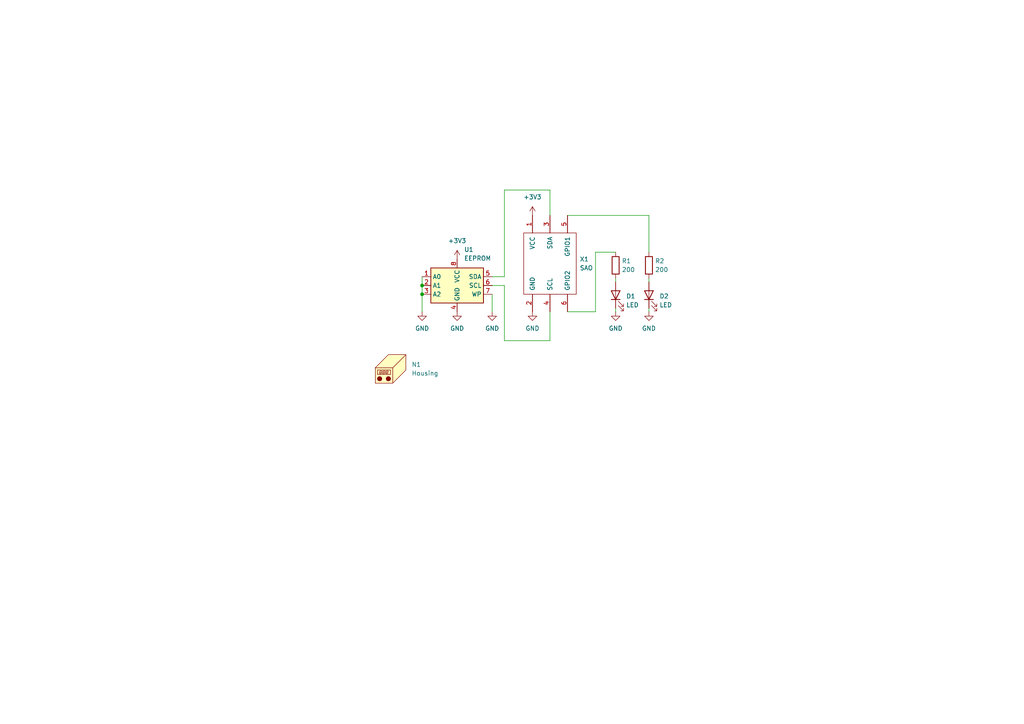
<source format=kicad_sch>
(kicad_sch (version 20211123) (generator eeschema)
  (paper "A4")
  (lib_symbols
    (symbol "Device:LED" (pin_numbers hide) (pin_names (offset 1.016) hide)
      (property "Reference" "D" (at 0 2.54 0))
      (property "Value" "LED" (at 0 -2.54 0))
      (symbol "LED_0_1"
        (polyline (pts (xy -1.27 -1.27) (xy -1.27 1.27)) (stroke (width 0.254)))
        (polyline (pts (xy -1.27 0) (xy 1.27 0)))
        (polyline (pts (xy 1.27 -1.27) (xy 1.27 1.27) (xy -1.27 0) (xy 1.27 -1.27)) (stroke (width 0.254)))
        (polyline (pts (xy -3.048 -0.762) (xy -4.572 -2.286) (xy -3.81 -2.286) (xy -4.572 -2.286) (xy -4.572 -1.524)))
        (polyline (pts (xy -1.778 -0.762) (xy -3.302 -2.286) (xy -2.54 -2.286) (xy -3.302 -2.286) (xy -3.302 -1.524)))
      )
      (symbol "LED_1_1"
        (pin passive line (at -3.81 0 0) (length 2.54) (name "K") (number "1"))
        (pin passive line (at 3.81 0 180) (length 2.54) (name "A") (number "2"))
      )
    )
    (symbol "Device:R" (pin_numbers hide) (pin_names (offset 0))
      (property "Reference" "R" (at 2.032 0 90))
      (property "Value" "R" (at 0 0 90))
      (symbol "R_0_1"
        (rectangle (start -1.016 -2.54) (end 1.016 2.54) (stroke (width 0.254)))
      )
      (symbol "R_1_1"
        (pin passive line (at 0 3.81 270) (length 1.27) (name "~") (number "1"))
        (pin passive line (at 0 -3.81 90) (length 1.27) (name "~") (number "2"))
      )
    )
    (symbol "Mechanical:Housing" (pin_names (offset 1.016))
      (property "Reference" "N" (at 3.81 0 0))
      (property "Value" "Housing" (at 3.81 -1.905 0))
      (symbol "Housing_0_1"
        (rectangle (start -5.08 -0.635) (end -1.27 -1.905))
        (circle (center -4.445 -3.175) (radius 0.635) (fill (type outline)))
        (circle (center -1.905 -3.175) (radius 0.635) (fill (type outline)))
        (polyline (pts (xy -4.5212 -1.5748) (xy -4.4704 -1.3716)))
        (polyline (pts (xy -4.4196 -1.6764) (xy -4.064 -1.6764)))
        (polyline (pts (xy -4.4196 -1.2192) (xy -4.3688 -0.9652)))
        (polyline (pts (xy -4.318 -1.3208) (xy -4.0132 -1.3208)))
        (polyline (pts (xy -4.2164 -0.9144) (xy -3.9116 -0.9144)))
        (polyline (pts (xy -3.9116 -1.6256) (xy -3.8608 -1.3716)))
        (polyline (pts (xy -3.81 -1.2192) (xy -3.7592 -0.9652)))
        (polyline (pts (xy -3.6068 -1.5748) (xy -3.556 -1.3716)))
        (polyline (pts (xy -3.5052 -1.6764) (xy -3.1496 -1.6764)))
        (polyline (pts (xy -3.5052 -1.2192) (xy -3.4544 -0.9652)))
        (polyline (pts (xy -3.4036 -1.3208) (xy -3.0988 -1.3208)))
        (polyline (pts (xy -3.302 -0.9144) (xy -2.9972 -0.9144)))
        (polyline (pts (xy -2.9972 -1.6256) (xy -2.9464 -1.3716)))
        (polyline (pts (xy -2.8956 -1.2192) (xy -2.8448 -0.9652)))
        (polyline (pts (xy -2.6924 -1.5748) (xy -2.6416 -1.3716)))
        (polyline (pts (xy -2.5908 -1.6764) (xy -2.2352 -1.6764)))
        (polyline (pts (xy -2.5908 -1.2192) (xy -2.54 -0.9652)))
        (polyline (pts (xy -2.4892 -1.3208) (xy -2.1844 -1.3208)))
        (polyline (pts (xy -2.3876 -0.9144) (xy -2.0828 -0.9144)))
        (polyline (pts (xy -2.0828 -1.6256) (xy -2.032 -1.3716)))
        (polyline (pts (xy -1.9812 -1.2192) (xy -1.9304 -0.9652)))
        (polyline (pts (xy -0.635 0) (xy -0.635 -4.445)))
        (polyline (pts (xy -5.715 0) (xy -0.635 0) (xy 3.175 3.81)))
        (polyline (pts (xy -5.715 0) (xy -5.715 -4.445) (xy -0.635 -4.445) (xy 3.175 -0.635) (xy 3.175 3.81) (xy -1.905 3.81) (xy -5.715 0)) (fill (type background)))
      )
    )
    (symbol "Memory_EEPROM:AT24CS64-SSHM"
      (property "Reference" "U" (at -7.62 6.35 0))
      (property "Value" "AT24CS64-SSHM" (at 2.54 -6.35 0))
      (symbol "AT24CS64-SSHM_1_1"
        (rectangle (start -7.62 5.08) (end 7.62 -5.08) (stroke (width 0.254)) (fill (type background)))
        (pin input line (at -10.16 2.54 0) (length 2.54) (name "A0") (number "1"))
        (pin input line (at -10.16 0 0) (length 2.54) (name "A1") (number "2"))
        (pin input line (at -10.16 -2.54 0) (length 2.54) (name "A2") (number "3"))
        (pin power_in line (at 0 -7.62 90) (length 2.54) (name "GND") (number "4"))
        (pin bidirectional line (at 10.16 2.54 180) (length 2.54) (name "SDA") (number "5"))
        (pin input line (at 10.16 0 180) (length 2.54) (name "SCL") (number "6"))
        (pin input line (at 10.16 -2.54 180) (length 2.54) (name "WP") (number "7"))
        (pin power_in line (at 0 7.62 270) (length 2.54) (name "VCC") (number "8"))
      )
    )
    (symbol "badgelife_shitty_addon_v169bis:Badgelife_sao_connector_v169bis" (pin_names (offset 1.016))
      (property "Reference" "X" (at 0 0 0))
      (property "Value" "Badgelife_sao_connector_v169bis" (at 0 20.32 0))
      (symbol "Badgelife_sao_connector_v169bis_0_1"
        (rectangle (start -7.62 8.89) (end 7.62 -8.89))
      )
      (symbol "Badgelife_sao_connector_v169bis_1_1"
        (pin input line (at -5.08 13.97 270) (length 5.08) (name "VCC") (number "1"))
        (pin input line (at -5.08 -13.97 90) (length 5.08) (name "GND") (number "2"))
        (pin input line (at 0 13.97 270) (length 5.08) (name "SDA") (number "3"))
        (pin input line (at 0 -13.97 90) (length 5.08) (name "SCL") (number "4"))
        (pin input line (at 5.08 13.97 270) (length 5.08) (name "GPIO1") (number "5"))
        (pin input line (at 5.08 -13.97 90) (length 5.08) (name "GPIO2") (number "6"))
      )
    )
    (symbol "power:+3.3V" (power) (pin_names (offset 0))
      (property "Value" "+3.3V" (at 0 3.556 0))
      (symbol "+3.3V_0_1"
        (polyline (pts (xy -0.762 1.27) (xy 0 2.54)))
        (polyline (pts (xy 0 0) (xy 0 2.54)))
        (polyline (pts (xy 0 2.54) (xy 0.762 1.27)))
      )
      (symbol "+3.3V_1_1"
        (pin power_in line (at 0 0 90) (length 0) hide (name "+3V3") (number "1"))
      )
    )
    (symbol "power:GND" (power) (pin_names (offset 0))
      (property "Value" "GND" (at 0 -3.81 0))
      (symbol "GND_0_1"
        (polyline (pts (xy 0 0) (xy 0 -1.27) (xy 1.27 -1.27) (xy 0 -2.54) (xy -1.27 -1.27) (xy 0 -1.27)))
      )
      (symbol "GND_1_1"
        (pin power_in line (at 0 0 270) (length 0) hide (name "GND") (number "1"))
      )
    )
  )
  (junction (at 122.428 85.344))
  (junction (at 122.428 82.804))
  (wire (pts (xy 142.748 85.344) (xy 142.748 90.424)))
  (wire (pts (xy 146.304 80.264) (xy 146.304 55.118)))
  (wire (pts (xy 159.512 55.118) (xy 159.512 62.484)))
  (wire (pts (xy 122.428 80.264) (xy 122.428 82.804)))
  (wire (pts (xy 146.304 98.806) (xy 146.304 82.804)))
  (wire (pts (xy 188.214 62.484) (xy 188.214 73.152)))
  (wire (pts (xy 172.72 90.424) (xy 164.592 90.424)))
  (wire (pts (xy 188.214 89.408) (xy 188.214 90.424)))
  (wire (pts (xy 159.512 98.806) (xy 146.304 98.806)))
  (wire (pts (xy 146.304 82.804) (xy 142.748 82.804)))
  (wire (pts (xy 178.562 80.772) (xy 178.562 81.788)))
  (wire (pts (xy 142.748 80.264) (xy 146.304 80.264)))
  (wire (pts (xy 178.562 73.152) (xy 172.72 73.152)))
  (wire (pts (xy 122.428 85.344) (xy 122.428 90.424)))
  (wire (pts (xy 159.512 90.424) (xy 159.512 98.806)))
  (wire (pts (xy 146.304 55.118) (xy 159.512 55.118)))
  (wire (pts (xy 164.592 62.484) (xy 188.214 62.484)))
  (wire (pts (xy 172.72 73.152) (xy 172.72 90.424)))
  (wire (pts (xy 188.214 80.772) (xy 188.214 81.788)))
  (wire (pts (xy 122.428 82.804) (xy 122.428 85.344)))
  (wire (pts (xy 178.562 89.408) (xy 178.562 90.424)))
  (symbol (lib_id "power:GND") (at 188.214 90.424 0) (unit 1)
    (property "Reference" "#PWR0107" (effects hide))
    (property "Value" "GND" (at 188.214 95.25 0))
  )
  (symbol (lib_id "badgelife_shitty_addon_v169bis:Badgelife_sao_connector_v169bis") (at 159.512 76.454 0) (unit 1)
    (property "Reference" "X1" (at 168.148 75.1839 0) (effects (justify left)))
    (property "Value" "SAO" (at 168.148 77.7239 0) (effects (justify left)))
    (property "Footprint" "badgelife_sao_v169bis:Badgelife-SAOv169-SAO-2x3" (effects hide))
  )
  (symbol (lib_id "Device:R") (at 178.562 76.962 0) (unit 1)
    (property "Reference" "R1" (at 180.34 75.6919 0) (effects (justify left)))
    (property "Value" "200" (at 180.34 78.2319 0) (effects (justify left)))
    (property "Footprint" "Resistor_SMD:R_0805_2012Metric_Pad1.20x1.40mm_HandSolder" (effects hide))
  )
  (symbol (lib_id "power:GND") (at 122.428 90.424 0) (unit 1)
    (property "Reference" "#PWR0103" (effects hide))
    (property "Value" "GND" (at 122.428 95.25 0))
  )
  (symbol (lib_id "Device:LED") (at 178.562 85.598 90) (unit 1)
    (property "Reference" "D1" (at 181.61 85.9154 90) (effects (justify right)))
    (property "Value" "LED" (at 181.61 88.4554 90) (effects (justify right)))
    (property "Footprint" "LED_SMD:LED_0805_2012Metric_Pad1.15x1.40mm_HandSolder" (effects hide))
  )
  (symbol (lib_id "power:GND") (at 178.562 90.424 0) (unit 1)
    (property "Reference" "#PWR0108" (effects hide))
    (property "Value" "GND" (at 178.562 95.25 0))
  )
  (symbol (lib_id "Memory_EEPROM:AT24CS64-SSHM") (at 132.588 82.804 0) (unit 1)
    (property "Reference" "U1" (at 134.6074 72.39 0) (effects (justify left)))
    (property "Value" "EEPROM" (at 134.6074 74.93 0) (effects (justify left)))
    (property "Footprint" "Package_SO:SOIC-8_3.9x4.9mm_P1.27mm" (effects hide))
    (property "Datasheet" "http://ww1.microchip.com/downloads/en/DeviceDoc/Atmel-8870-SEEPROM-AT24CS64-Datasheet.pdf" (effects hide))
  )
  (symbol (lib_id "Mechanical:Housing") (at 114.554 106.68 0) (unit 1)
    (property "Reference" "N1" (at 119.38 105.7274 0) (effects (justify left)))
    (property "Value" "Housing" (at 119.38 108.2674 0) (effects (justify left)))
    (property "Footprint" "cloud:cloud" (effects hide))
  )
  (symbol (lib_id "power:GND") (at 154.432 90.424 0) (unit 1)
    (property "Reference" "#PWR0105" (effects hide))
    (property "Value" "GND" (at 154.432 95.25 0))
  )
  (symbol (lib_id "power:GND") (at 132.588 90.424 0) (unit 1)
    (property "Reference" "#PWR0102" (effects hide))
    (property "Value" "GND" (at 132.588 95.25 0))
  )
  (symbol (lib_id "power:+3.3V") (at 154.432 62.484 0) (unit 1)
    (property "Reference" "#PWR0101" (effects hide))
    (property "Value" "+3.3V" (at 154.432 57.15 0))
  )
  (symbol (lib_id "Device:R") (at 188.214 76.962 0) (unit 1)
    (property "Reference" "R2" (at 189.992 75.6919 0) (effects (justify left)))
    (property "Value" "200" (at 189.992 78.2319 0) (effects (justify left)))
    (property "Footprint" "Resistor_SMD:R_0805_2012Metric_Pad1.20x1.40mm_HandSolder" (effects hide))
  )
  (symbol (lib_id "Device:LED") (at 188.214 85.598 90) (unit 1)
    (property "Reference" "D2" (at 191.262 85.9154 90) (effects (justify right)))
    (property "Value" "LED" (at 191.262 88.4554 90) (effects (justify right)))
    (property "Footprint" "LED_SMD:LED_0805_2012Metric_Pad1.15x1.40mm_HandSolder" (effects hide))
  )
  (symbol (lib_id "power:GND") (at 142.748 90.424 0) (unit 1)
    (property "Reference" "#PWR0106" (effects hide))
    (property "Value" "GND" (at 142.748 95.25 0))
  )
  (symbol (lib_id "power:+3.3V") (at 132.588 75.184 0) (unit 1)
    (property "Reference" "#PWR0104" (effects hide))
    (property "Value" "+3.3V" (at 132.588 69.85 0))
  )
)
</source>
